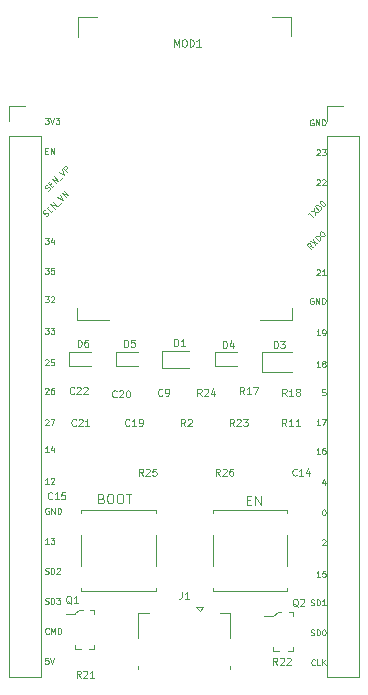
<source format=gto>
%TF.GenerationSoftware,KiCad,Pcbnew,(5.99.0-11435-g252647e93c)*%
%TF.CreationDate,2021-07-20T11:27:32+10:00*%
%TF.ProjectId,ESP32 Clone devkit,45535033-3220-4436-9c6f-6e6520646576,1*%
%TF.SameCoordinates,Original*%
%TF.FileFunction,Legend,Top*%
%TF.FilePolarity,Positive*%
%FSLAX46Y46*%
G04 Gerber Fmt 4.6, Leading zero omitted, Abs format (unit mm)*
G04 Created by KiCad (PCBNEW (5.99.0-11435-g252647e93c)) date 2021-07-20 11:27:32*
%MOMM*%
%LPD*%
G01*
G04 APERTURE LIST*
%ADD10C,0.060000*%
%ADD11C,0.100000*%
%ADD12C,0.120000*%
G04 APERTURE END LIST*
D10*
X100371738Y-115886880D02*
X100443166Y-115910690D01*
X100562214Y-115910690D01*
X100609833Y-115886880D01*
X100633642Y-115863071D01*
X100657452Y-115815452D01*
X100657452Y-115767833D01*
X100633642Y-115720214D01*
X100609833Y-115696404D01*
X100562214Y-115672595D01*
X100466976Y-115648785D01*
X100419357Y-115624976D01*
X100395547Y-115601166D01*
X100371738Y-115553547D01*
X100371738Y-115505928D01*
X100395547Y-115458309D01*
X100419357Y-115434500D01*
X100466976Y-115410690D01*
X100586023Y-115410690D01*
X100657452Y-115434500D01*
X100871738Y-115910690D02*
X100871738Y-115410690D01*
X100990785Y-115410690D01*
X101062214Y-115434500D01*
X101109833Y-115482119D01*
X101133642Y-115529738D01*
X101157452Y-115624976D01*
X101157452Y-115696404D01*
X101133642Y-115791642D01*
X101109833Y-115839261D01*
X101062214Y-115886880D01*
X100990785Y-115910690D01*
X100871738Y-115910690D01*
X101466976Y-115410690D02*
X101514595Y-115410690D01*
X101562214Y-115434500D01*
X101586023Y-115458309D01*
X101609833Y-115505928D01*
X101633642Y-115601166D01*
X101633642Y-115720214D01*
X101609833Y-115815452D01*
X101586023Y-115863071D01*
X101562214Y-115886880D01*
X101514595Y-115910690D01*
X101466976Y-115910690D01*
X101419357Y-115886880D01*
X101395547Y-115863071D01*
X101371738Y-115815452D01*
X101347928Y-115720214D01*
X101347928Y-115601166D01*
X101371738Y-115505928D01*
X101395547Y-115458309D01*
X101419357Y-115434500D01*
X101466976Y-115410690D01*
X101466976Y-105250690D02*
X101514595Y-105250690D01*
X101562214Y-105274500D01*
X101586024Y-105298309D01*
X101609833Y-105345928D01*
X101633643Y-105441166D01*
X101633643Y-105560214D01*
X101609833Y-105655452D01*
X101586024Y-105703071D01*
X101562214Y-105726880D01*
X101514595Y-105750690D01*
X101466976Y-105750690D01*
X101419357Y-105726880D01*
X101395548Y-105703071D01*
X101371738Y-105655452D01*
X101347929Y-105560214D01*
X101347929Y-105441166D01*
X101371738Y-105345928D01*
X101395548Y-105298309D01*
X101419357Y-105274500D01*
X101466976Y-105250690D01*
X100728880Y-118403071D02*
X100705071Y-118426880D01*
X100633642Y-118450690D01*
X100586023Y-118450690D01*
X100514595Y-118426880D01*
X100466976Y-118379261D01*
X100443166Y-118331642D01*
X100419357Y-118236404D01*
X100419357Y-118164976D01*
X100443166Y-118069738D01*
X100466976Y-118022119D01*
X100514595Y-117974500D01*
X100586023Y-117950690D01*
X100633642Y-117950690D01*
X100705071Y-117974500D01*
X100728880Y-117998309D01*
X101181261Y-118450690D02*
X100943166Y-118450690D01*
X100943166Y-117950690D01*
X101347928Y-118450690D02*
X101347928Y-117950690D01*
X101633642Y-118450690D02*
X101419357Y-118164976D01*
X101633642Y-117950690D02*
X101347928Y-118236404D01*
X101157452Y-90510690D02*
X100871738Y-90510690D01*
X101014595Y-90510690D02*
X101014595Y-90010690D01*
X100966976Y-90082119D01*
X100919357Y-90129738D01*
X100871738Y-90153547D01*
X101395547Y-90510690D02*
X101490785Y-90510690D01*
X101538404Y-90486880D01*
X101562214Y-90463071D01*
X101609833Y-90391642D01*
X101633642Y-90296404D01*
X101633642Y-90105928D01*
X101609833Y-90058309D01*
X101586023Y-90034500D01*
X101538404Y-90010690D01*
X101443166Y-90010690D01*
X101395547Y-90034500D01*
X101371738Y-90058309D01*
X101347928Y-90105928D01*
X101347928Y-90224976D01*
X101371738Y-90272595D01*
X101395547Y-90296404D01*
X101443166Y-90320214D01*
X101538404Y-90320214D01*
X101586023Y-90296404D01*
X101609833Y-90272595D01*
X101633642Y-90224976D01*
X101157452Y-93177690D02*
X100871738Y-93177690D01*
X101014595Y-93177690D02*
X101014595Y-92677690D01*
X100966976Y-92749119D01*
X100919357Y-92796738D01*
X100871738Y-92820547D01*
X101443166Y-92891976D02*
X101395547Y-92868166D01*
X101371738Y-92844357D01*
X101347928Y-92796738D01*
X101347928Y-92772928D01*
X101371738Y-92725309D01*
X101395547Y-92701500D01*
X101443166Y-92677690D01*
X101538404Y-92677690D01*
X101586023Y-92701500D01*
X101609833Y-92725309D01*
X101633642Y-92772928D01*
X101633642Y-92796738D01*
X101609833Y-92844357D01*
X101586023Y-92868166D01*
X101538404Y-92891976D01*
X101443166Y-92891976D01*
X101395547Y-92915785D01*
X101371738Y-92939595D01*
X101347928Y-92987214D01*
X101347928Y-93082452D01*
X101371738Y-93130071D01*
X101395547Y-93153880D01*
X101443166Y-93177690D01*
X101538404Y-93177690D01*
X101586023Y-93153880D01*
X101609833Y-93130071D01*
X101633642Y-93082452D01*
X101633642Y-92987214D01*
X101609833Y-92939595D01*
X101586023Y-92915785D01*
X101538404Y-92891976D01*
X100586023Y-87367500D02*
X100538404Y-87343690D01*
X100466975Y-87343690D01*
X100395547Y-87367500D01*
X100347928Y-87415119D01*
X100324118Y-87462738D01*
X100300309Y-87557976D01*
X100300309Y-87629404D01*
X100324118Y-87724642D01*
X100347928Y-87772261D01*
X100395547Y-87819880D01*
X100466975Y-87843690D01*
X100514594Y-87843690D01*
X100586023Y-87819880D01*
X100609832Y-87796071D01*
X100609832Y-87629404D01*
X100514594Y-87629404D01*
X100824118Y-87843690D02*
X100824118Y-87343690D01*
X101109832Y-87843690D01*
X101109832Y-87343690D01*
X101347928Y-87843690D02*
X101347928Y-87343690D01*
X101466975Y-87343690D01*
X101538404Y-87367500D01*
X101586023Y-87415119D01*
X101609832Y-87462738D01*
X101633642Y-87557976D01*
X101633642Y-87629404D01*
X101609832Y-87724642D01*
X101586023Y-87772261D01*
X101538404Y-87819880D01*
X101466975Y-87843690D01*
X101347928Y-87843690D01*
X101347929Y-107838309D02*
X101371738Y-107814500D01*
X101419357Y-107790690D01*
X101538405Y-107790690D01*
X101586024Y-107814500D01*
X101609833Y-107838309D01*
X101633643Y-107885928D01*
X101633643Y-107933547D01*
X101609833Y-108004976D01*
X101324119Y-108290690D01*
X101633643Y-108290690D01*
X100871738Y-74818309D02*
X100895547Y-74794500D01*
X100943166Y-74770690D01*
X101062214Y-74770690D01*
X101109833Y-74794500D01*
X101133642Y-74818309D01*
X101157452Y-74865928D01*
X101157452Y-74913547D01*
X101133642Y-74984976D01*
X100847928Y-75270690D01*
X101157452Y-75270690D01*
X101324119Y-74770690D02*
X101633642Y-74770690D01*
X101466976Y-74961166D01*
X101538404Y-74961166D01*
X101586023Y-74984976D01*
X101609833Y-75008785D01*
X101633642Y-75056404D01*
X101633642Y-75175452D01*
X101609833Y-75223071D01*
X101586023Y-75246880D01*
X101538404Y-75270690D01*
X101395547Y-75270690D01*
X101347928Y-75246880D01*
X101324119Y-75223071D01*
X101157452Y-100543690D02*
X100871738Y-100543690D01*
X101014595Y-100543690D02*
X101014595Y-100043690D01*
X100966976Y-100115119D01*
X100919357Y-100162738D01*
X100871738Y-100186547D01*
X101586023Y-100043690D02*
X101490785Y-100043690D01*
X101443166Y-100067500D01*
X101419357Y-100091309D01*
X101371738Y-100162738D01*
X101347928Y-100257976D01*
X101347928Y-100448452D01*
X101371738Y-100496071D01*
X101395547Y-100519880D01*
X101443166Y-100543690D01*
X101538404Y-100543690D01*
X101586023Y-100519880D01*
X101609833Y-100496071D01*
X101633642Y-100448452D01*
X101633642Y-100329404D01*
X101609833Y-100281785D01*
X101586023Y-100257976D01*
X101538404Y-100234166D01*
X101443166Y-100234166D01*
X101395547Y-100257976D01*
X101371738Y-100281785D01*
X101347928Y-100329404D01*
X100105136Y-80250638D02*
X100307166Y-80048608D01*
X100559704Y-80503176D02*
X100206151Y-80149623D01*
X100391346Y-79964428D02*
X100980601Y-80082279D01*
X100627048Y-79728726D02*
X100744899Y-80317982D01*
X101115288Y-79947592D02*
X100761735Y-79594039D01*
X100845914Y-79509859D01*
X100913258Y-79476188D01*
X100980601Y-79476188D01*
X101031109Y-79493024D01*
X101115288Y-79543531D01*
X101165796Y-79594039D01*
X101216304Y-79678218D01*
X101233140Y-79728726D01*
X101233140Y-79796069D01*
X101199468Y-79863413D01*
X101115288Y-79947592D01*
X101182632Y-79173142D02*
X101216304Y-79139470D01*
X101266811Y-79122634D01*
X101300483Y-79122634D01*
X101350991Y-79139470D01*
X101435170Y-79189978D01*
X101519349Y-79274157D01*
X101569857Y-79358337D01*
X101586693Y-79408844D01*
X101586693Y-79442516D01*
X101569857Y-79493024D01*
X101536185Y-79526695D01*
X101485678Y-79543531D01*
X101452006Y-79543531D01*
X101401498Y-79526695D01*
X101317319Y-79476188D01*
X101233140Y-79392008D01*
X101182632Y-79307829D01*
X101165796Y-79257321D01*
X101165796Y-79223650D01*
X101182632Y-79173142D01*
X100586023Y-72254500D02*
X100538404Y-72230690D01*
X100466975Y-72230690D01*
X100395547Y-72254500D01*
X100347928Y-72302119D01*
X100324118Y-72349738D01*
X100300309Y-72444976D01*
X100300309Y-72516404D01*
X100324118Y-72611642D01*
X100347928Y-72659261D01*
X100395547Y-72706880D01*
X100466975Y-72730690D01*
X100514594Y-72730690D01*
X100586023Y-72706880D01*
X100609832Y-72683071D01*
X100609832Y-72516404D01*
X100514594Y-72516404D01*
X100824118Y-72730690D02*
X100824118Y-72230690D01*
X101109832Y-72730690D01*
X101109832Y-72230690D01*
X101347928Y-72730690D02*
X101347928Y-72230690D01*
X101466975Y-72230690D01*
X101538404Y-72254500D01*
X101586023Y-72302119D01*
X101609832Y-72349738D01*
X101633642Y-72444976D01*
X101633642Y-72516404D01*
X101609832Y-72611642D01*
X101586023Y-72659261D01*
X101538404Y-72706880D01*
X101466975Y-72730690D01*
X101347928Y-72730690D01*
X101586024Y-102877357D02*
X101586024Y-103210690D01*
X101466976Y-102686880D02*
X101347929Y-103044023D01*
X101657452Y-103044023D01*
X101157452Y-98130690D02*
X100871738Y-98130690D01*
X101014595Y-98130690D02*
X101014595Y-97630690D01*
X100966976Y-97702119D01*
X100919357Y-97749738D01*
X100871738Y-97773547D01*
X101324119Y-97630690D02*
X101657452Y-97630690D01*
X101443166Y-98130690D01*
X101165452Y-110957690D02*
X100879738Y-110957690D01*
X101022595Y-110957690D02*
X101022595Y-110457690D01*
X100974976Y-110529119D01*
X100927357Y-110576738D01*
X100879738Y-110600547D01*
X101617833Y-110457690D02*
X101379738Y-110457690D01*
X101355928Y-110695785D01*
X101379738Y-110671976D01*
X101427357Y-110648166D01*
X101546404Y-110648166D01*
X101594023Y-110671976D01*
X101617833Y-110695785D01*
X101641642Y-110743404D01*
X101641642Y-110862452D01*
X101617833Y-110910071D01*
X101594023Y-110933880D01*
X101546404Y-110957690D01*
X101427357Y-110957690D01*
X101379738Y-110933880D01*
X101355928Y-110910071D01*
X100871738Y-77358309D02*
X100895547Y-77334500D01*
X100943166Y-77310690D01*
X101062214Y-77310690D01*
X101109833Y-77334500D01*
X101133642Y-77358309D01*
X101157452Y-77405928D01*
X101157452Y-77453547D01*
X101133642Y-77524976D01*
X100847928Y-77810690D01*
X101157452Y-77810690D01*
X101347928Y-77358309D02*
X101371738Y-77334500D01*
X101419357Y-77310690D01*
X101538404Y-77310690D01*
X101586023Y-77334500D01*
X101609833Y-77358309D01*
X101633642Y-77405928D01*
X101633642Y-77453547D01*
X101609833Y-77524976D01*
X101324119Y-77810690D01*
X101633642Y-77810690D01*
X100584227Y-83018653D02*
X100298017Y-82968146D01*
X100382197Y-83220684D02*
X100028643Y-82867130D01*
X100163330Y-82732443D01*
X100213838Y-82715608D01*
X100247510Y-82715608D01*
X100298017Y-82732443D01*
X100348525Y-82782951D01*
X100365361Y-82833459D01*
X100365361Y-82867130D01*
X100348525Y-82917638D01*
X100213838Y-83052325D01*
X100348525Y-82547249D02*
X100937781Y-82665100D01*
X100584227Y-82311546D02*
X100702079Y-82900802D01*
X101072468Y-82530413D02*
X100718914Y-82176859D01*
X100803094Y-82092680D01*
X100870437Y-82059008D01*
X100937781Y-82059008D01*
X100988288Y-82075844D01*
X101072468Y-82126352D01*
X101122975Y-82176859D01*
X101173483Y-82261039D01*
X101190319Y-82311546D01*
X101190319Y-82378890D01*
X101156647Y-82446233D01*
X101072468Y-82530413D01*
X101139811Y-81755963D02*
X101173483Y-81722291D01*
X101223991Y-81705455D01*
X101257662Y-81705455D01*
X101308170Y-81722291D01*
X101392349Y-81772798D01*
X101476529Y-81856978D01*
X101527036Y-81941157D01*
X101543872Y-81991665D01*
X101543872Y-82025337D01*
X101527036Y-82075844D01*
X101493365Y-82109516D01*
X101442857Y-82126352D01*
X101409185Y-82126352D01*
X101358678Y-82109516D01*
X101274498Y-82059008D01*
X101190319Y-81974829D01*
X101139811Y-81890650D01*
X101122975Y-81840142D01*
X101122975Y-81806470D01*
X101139811Y-81755963D01*
X100371738Y-113346880D02*
X100443166Y-113370690D01*
X100562214Y-113370690D01*
X100609833Y-113346880D01*
X100633642Y-113323071D01*
X100657452Y-113275452D01*
X100657452Y-113227833D01*
X100633642Y-113180214D01*
X100609833Y-113156404D01*
X100562214Y-113132595D01*
X100466976Y-113108785D01*
X100419357Y-113084976D01*
X100395547Y-113061166D01*
X100371738Y-113013547D01*
X100371738Y-112965928D01*
X100395547Y-112918309D01*
X100419357Y-112894500D01*
X100466976Y-112870690D01*
X100586023Y-112870690D01*
X100657452Y-112894500D01*
X100871738Y-113370690D02*
X100871738Y-112870690D01*
X100990785Y-112870690D01*
X101062214Y-112894500D01*
X101109833Y-112942119D01*
X101133642Y-112989738D01*
X101157452Y-113084976D01*
X101157452Y-113156404D01*
X101133642Y-113251642D01*
X101109833Y-113299261D01*
X101062214Y-113346880D01*
X100990785Y-113370690D01*
X100871738Y-113370690D01*
X101633642Y-113370690D02*
X101347928Y-113370690D01*
X101490785Y-113370690D02*
X101490785Y-112870690D01*
X101443166Y-112942119D01*
X101395547Y-112989738D01*
X101347928Y-113013547D01*
X100871738Y-84978309D02*
X100895547Y-84954500D01*
X100943166Y-84930690D01*
X101062214Y-84930690D01*
X101109833Y-84954500D01*
X101133642Y-84978309D01*
X101157452Y-85025928D01*
X101157452Y-85073547D01*
X101133642Y-85144976D01*
X100847928Y-85430690D01*
X101157452Y-85430690D01*
X101633642Y-85430690D02*
X101347928Y-85430690D01*
X101490785Y-85430690D02*
X101490785Y-84930690D01*
X101443166Y-85002119D01*
X101395547Y-85049738D01*
X101347928Y-85073547D01*
X101609833Y-95090690D02*
X101371738Y-95090690D01*
X101347929Y-95328785D01*
X101371738Y-95304976D01*
X101419357Y-95281166D01*
X101538405Y-95281166D01*
X101586024Y-95304976D01*
X101609833Y-95328785D01*
X101633643Y-95376404D01*
X101633643Y-95495452D01*
X101609833Y-95543071D01*
X101586024Y-95566880D01*
X101538405Y-95590690D01*
X101419357Y-95590690D01*
X101371738Y-95566880D01*
X101347929Y-95543071D01*
X78154642Y-117823690D02*
X77916547Y-117823690D01*
X77892738Y-118061785D01*
X77916547Y-118037976D01*
X77964166Y-118014166D01*
X78083214Y-118014166D01*
X78130833Y-118037976D01*
X78154642Y-118061785D01*
X78178452Y-118109404D01*
X78178452Y-118228452D01*
X78154642Y-118276071D01*
X78130833Y-118299880D01*
X78083214Y-118323690D01*
X77964166Y-118323690D01*
X77916547Y-118299880D01*
X77892738Y-118276071D01*
X78321309Y-117823690D02*
X78487976Y-118323690D01*
X78654642Y-117823690D01*
X78202261Y-115736071D02*
X78178452Y-115759880D01*
X78107023Y-115783690D01*
X78059404Y-115783690D01*
X77987976Y-115759880D01*
X77940357Y-115712261D01*
X77916547Y-115664642D01*
X77892738Y-115569404D01*
X77892738Y-115497976D01*
X77916547Y-115402738D01*
X77940357Y-115355119D01*
X77987976Y-115307500D01*
X78059404Y-115283690D01*
X78107023Y-115283690D01*
X78178452Y-115307500D01*
X78202261Y-115331309D01*
X78416547Y-115783690D02*
X78416547Y-115283690D01*
X78583214Y-115640833D01*
X78749880Y-115283690D01*
X78749880Y-115783690D01*
X78987976Y-115783690D02*
X78987976Y-115283690D01*
X79107023Y-115283690D01*
X79178452Y-115307500D01*
X79226071Y-115355119D01*
X79249880Y-115402738D01*
X79273690Y-115497976D01*
X79273690Y-115569404D01*
X79249880Y-115664642D01*
X79226071Y-115712261D01*
X79178452Y-115759880D01*
X79107023Y-115783690D01*
X78987976Y-115783690D01*
X77892738Y-113219880D02*
X77964166Y-113243690D01*
X78083214Y-113243690D01*
X78130833Y-113219880D01*
X78154642Y-113196071D01*
X78178452Y-113148452D01*
X78178452Y-113100833D01*
X78154642Y-113053214D01*
X78130833Y-113029404D01*
X78083214Y-113005595D01*
X77987976Y-112981785D01*
X77940357Y-112957976D01*
X77916547Y-112934166D01*
X77892738Y-112886547D01*
X77892738Y-112838928D01*
X77916547Y-112791309D01*
X77940357Y-112767500D01*
X77987976Y-112743690D01*
X78107023Y-112743690D01*
X78178452Y-112767500D01*
X78392738Y-113243690D02*
X78392738Y-112743690D01*
X78511785Y-112743690D01*
X78583214Y-112767500D01*
X78630833Y-112815119D01*
X78654642Y-112862738D01*
X78678452Y-112957976D01*
X78678452Y-113029404D01*
X78654642Y-113124642D01*
X78630833Y-113172261D01*
X78583214Y-113219880D01*
X78511785Y-113243690D01*
X78392738Y-113243690D01*
X78845119Y-112743690D02*
X79154642Y-112743690D01*
X78987976Y-112934166D01*
X79059404Y-112934166D01*
X79107023Y-112957976D01*
X79130833Y-112981785D01*
X79154642Y-113029404D01*
X79154642Y-113148452D01*
X79130833Y-113196071D01*
X79107023Y-113219880D01*
X79059404Y-113243690D01*
X78916547Y-113243690D01*
X78868928Y-113219880D01*
X78845119Y-113196071D01*
X77892738Y-110679880D02*
X77964166Y-110703690D01*
X78083214Y-110703690D01*
X78130833Y-110679880D01*
X78154642Y-110656071D01*
X78178452Y-110608452D01*
X78178452Y-110560833D01*
X78154642Y-110513214D01*
X78130833Y-110489404D01*
X78083214Y-110465595D01*
X77987976Y-110441785D01*
X77940357Y-110417976D01*
X77916547Y-110394166D01*
X77892738Y-110346547D01*
X77892738Y-110298928D01*
X77916547Y-110251309D01*
X77940357Y-110227500D01*
X77987976Y-110203690D01*
X78107023Y-110203690D01*
X78178452Y-110227500D01*
X78392738Y-110703690D02*
X78392738Y-110203690D01*
X78511785Y-110203690D01*
X78583214Y-110227500D01*
X78630833Y-110275119D01*
X78654642Y-110322738D01*
X78678452Y-110417976D01*
X78678452Y-110489404D01*
X78654642Y-110584642D01*
X78630833Y-110632261D01*
X78583214Y-110679880D01*
X78511785Y-110703690D01*
X78392738Y-110703690D01*
X78868928Y-110251309D02*
X78892738Y-110227500D01*
X78940357Y-110203690D01*
X79059404Y-110203690D01*
X79107023Y-110227500D01*
X79130833Y-110251309D01*
X79154642Y-110298928D01*
X79154642Y-110346547D01*
X79130833Y-110417976D01*
X78845119Y-110703690D01*
X79154642Y-110703690D01*
X78178452Y-108163690D02*
X77892738Y-108163690D01*
X78035595Y-108163690D02*
X78035595Y-107663690D01*
X77987976Y-107735119D01*
X77940357Y-107782738D01*
X77892738Y-107806547D01*
X78345119Y-107663690D02*
X78654642Y-107663690D01*
X78487976Y-107854166D01*
X78559404Y-107854166D01*
X78607023Y-107877976D01*
X78630833Y-107901785D01*
X78654642Y-107949404D01*
X78654642Y-108068452D01*
X78630833Y-108116071D01*
X78607023Y-108139880D01*
X78559404Y-108163690D01*
X78416547Y-108163690D01*
X78368928Y-108139880D01*
X78345119Y-108116071D01*
X78178452Y-105147500D02*
X78130833Y-105123690D01*
X78059404Y-105123690D01*
X77987976Y-105147500D01*
X77940357Y-105195119D01*
X77916547Y-105242738D01*
X77892738Y-105337976D01*
X77892738Y-105409404D01*
X77916547Y-105504642D01*
X77940357Y-105552261D01*
X77987976Y-105599880D01*
X78059404Y-105623690D01*
X78107023Y-105623690D01*
X78178452Y-105599880D01*
X78202261Y-105576071D01*
X78202261Y-105409404D01*
X78107023Y-105409404D01*
X78416547Y-105623690D02*
X78416547Y-105123690D01*
X78702261Y-105623690D01*
X78702261Y-105123690D01*
X78940357Y-105623690D02*
X78940357Y-105123690D01*
X79059404Y-105123690D01*
X79130833Y-105147500D01*
X79178452Y-105195119D01*
X79202261Y-105242738D01*
X79226071Y-105337976D01*
X79226071Y-105409404D01*
X79202261Y-105504642D01*
X79178452Y-105552261D01*
X79130833Y-105599880D01*
X79059404Y-105623690D01*
X78940357Y-105623690D01*
X78178452Y-103083690D02*
X77892738Y-103083690D01*
X78035595Y-103083690D02*
X78035595Y-102583690D01*
X77987976Y-102655119D01*
X77940357Y-102702738D01*
X77892738Y-102726547D01*
X78368928Y-102631309D02*
X78392738Y-102607500D01*
X78440357Y-102583690D01*
X78559404Y-102583690D01*
X78607023Y-102607500D01*
X78630833Y-102631309D01*
X78654642Y-102678928D01*
X78654642Y-102726547D01*
X78630833Y-102797976D01*
X78345119Y-103083690D01*
X78654642Y-103083690D01*
X78178452Y-100416690D02*
X77892738Y-100416690D01*
X78035595Y-100416690D02*
X78035595Y-99916690D01*
X77987976Y-99988119D01*
X77940357Y-100035738D01*
X77892738Y-100059547D01*
X78607023Y-100083357D02*
X78607023Y-100416690D01*
X78487976Y-99892880D02*
X78368928Y-100250023D01*
X78678452Y-100250023D01*
X77892738Y-97678309D02*
X77916547Y-97654500D01*
X77964166Y-97630690D01*
X78083214Y-97630690D01*
X78130833Y-97654500D01*
X78154642Y-97678309D01*
X78178452Y-97725928D01*
X78178452Y-97773547D01*
X78154642Y-97844976D01*
X77868928Y-98130690D01*
X78178452Y-98130690D01*
X78345119Y-97630690D02*
X78678452Y-97630690D01*
X78464166Y-98130690D01*
X77892738Y-95011309D02*
X77916547Y-94987500D01*
X77964166Y-94963690D01*
X78083214Y-94963690D01*
X78130833Y-94987500D01*
X78154642Y-95011309D01*
X78178452Y-95058928D01*
X78178452Y-95106547D01*
X78154642Y-95177976D01*
X77868928Y-95463690D01*
X78178452Y-95463690D01*
X78607023Y-94963690D02*
X78511785Y-94963690D01*
X78464166Y-94987500D01*
X78440357Y-95011309D01*
X78392738Y-95082738D01*
X78368928Y-95177976D01*
X78368928Y-95368452D01*
X78392738Y-95416071D01*
X78416547Y-95439880D01*
X78464166Y-95463690D01*
X78559404Y-95463690D01*
X78607023Y-95439880D01*
X78630833Y-95416071D01*
X78654642Y-95368452D01*
X78654642Y-95249404D01*
X78630833Y-95201785D01*
X78607023Y-95177976D01*
X78559404Y-95154166D01*
X78464166Y-95154166D01*
X78416547Y-95177976D01*
X78392738Y-95201785D01*
X78368928Y-95249404D01*
X77892738Y-92598309D02*
X77916547Y-92574500D01*
X77964166Y-92550690D01*
X78083214Y-92550690D01*
X78130833Y-92574500D01*
X78154642Y-92598309D01*
X78178452Y-92645928D01*
X78178452Y-92693547D01*
X78154642Y-92764976D01*
X77868928Y-93050690D01*
X78178452Y-93050690D01*
X78630833Y-92550690D02*
X78392738Y-92550690D01*
X78368928Y-92788785D01*
X78392738Y-92764976D01*
X78440357Y-92741166D01*
X78559404Y-92741166D01*
X78607023Y-92764976D01*
X78630833Y-92788785D01*
X78654642Y-92836404D01*
X78654642Y-92955452D01*
X78630833Y-93003071D01*
X78607023Y-93026880D01*
X78559404Y-93050690D01*
X78440357Y-93050690D01*
X78392738Y-93026880D01*
X78368928Y-93003071D01*
X77868928Y-89883690D02*
X78178452Y-89883690D01*
X78011785Y-90074166D01*
X78083214Y-90074166D01*
X78130833Y-90097976D01*
X78154642Y-90121785D01*
X78178452Y-90169404D01*
X78178452Y-90288452D01*
X78154642Y-90336071D01*
X78130833Y-90359880D01*
X78083214Y-90383690D01*
X77940357Y-90383690D01*
X77892738Y-90359880D01*
X77868928Y-90336071D01*
X78345119Y-89883690D02*
X78654642Y-89883690D01*
X78487976Y-90074166D01*
X78559404Y-90074166D01*
X78607023Y-90097976D01*
X78630833Y-90121785D01*
X78654642Y-90169404D01*
X78654642Y-90288452D01*
X78630833Y-90336071D01*
X78607023Y-90359880D01*
X78559404Y-90383690D01*
X78416547Y-90383690D01*
X78368928Y-90359880D01*
X78345119Y-90336071D01*
X77868928Y-87216690D02*
X78178452Y-87216690D01*
X78011785Y-87407166D01*
X78083214Y-87407166D01*
X78130833Y-87430976D01*
X78154642Y-87454785D01*
X78178452Y-87502404D01*
X78178452Y-87621452D01*
X78154642Y-87669071D01*
X78130833Y-87692880D01*
X78083214Y-87716690D01*
X77940357Y-87716690D01*
X77892738Y-87692880D01*
X77868928Y-87669071D01*
X78368928Y-87264309D02*
X78392738Y-87240500D01*
X78440357Y-87216690D01*
X78559404Y-87216690D01*
X78607023Y-87240500D01*
X78630833Y-87264309D01*
X78654642Y-87311928D01*
X78654642Y-87359547D01*
X78630833Y-87430976D01*
X78345119Y-87716690D01*
X78654642Y-87716690D01*
X77868928Y-84803690D02*
X78178452Y-84803690D01*
X78011785Y-84994166D01*
X78083214Y-84994166D01*
X78130833Y-85017976D01*
X78154642Y-85041785D01*
X78178452Y-85089404D01*
X78178452Y-85208452D01*
X78154642Y-85256071D01*
X78130833Y-85279880D01*
X78083214Y-85303690D01*
X77940357Y-85303690D01*
X77892738Y-85279880D01*
X77868928Y-85256071D01*
X78630833Y-84803690D02*
X78392738Y-84803690D01*
X78368928Y-85041785D01*
X78392738Y-85017976D01*
X78440357Y-84994166D01*
X78559404Y-84994166D01*
X78607023Y-85017976D01*
X78630833Y-85041785D01*
X78654642Y-85089404D01*
X78654642Y-85208452D01*
X78630833Y-85256071D01*
X78607023Y-85279880D01*
X78559404Y-85303690D01*
X78440357Y-85303690D01*
X78392738Y-85279880D01*
X78368928Y-85256071D01*
X77868928Y-82263690D02*
X78178452Y-82263690D01*
X78011785Y-82454166D01*
X78083214Y-82454166D01*
X78130833Y-82477976D01*
X78154642Y-82501785D01*
X78178452Y-82549404D01*
X78178452Y-82668452D01*
X78154642Y-82716071D01*
X78130833Y-82739880D01*
X78083214Y-82763690D01*
X77940357Y-82763690D01*
X77892738Y-82739880D01*
X77868928Y-82716071D01*
X78607023Y-82430357D02*
X78607023Y-82763690D01*
X78487976Y-82239880D02*
X78368928Y-82597023D01*
X78678452Y-82597023D01*
X77996525Y-80426684D02*
X78063869Y-80393012D01*
X78148048Y-80308833D01*
X78164884Y-80258325D01*
X78164884Y-80224653D01*
X78148048Y-80174146D01*
X78114376Y-80140474D01*
X78063869Y-80123638D01*
X78030197Y-80123638D01*
X77979689Y-80140474D01*
X77895510Y-80190982D01*
X77845002Y-80207817D01*
X77811330Y-80207817D01*
X77760823Y-80190982D01*
X77727151Y-80157310D01*
X77710315Y-80106802D01*
X77710315Y-80073130D01*
X77727151Y-80022623D01*
X77811330Y-79938443D01*
X77878674Y-79904772D01*
X78181720Y-79904772D02*
X78299571Y-79786920D01*
X78535273Y-79921608D02*
X78366914Y-80089966D01*
X78013361Y-79736413D01*
X78181720Y-79568054D01*
X78686796Y-79770085D02*
X78333243Y-79416531D01*
X78888827Y-79568054D01*
X78535273Y-79214501D01*
X79006678Y-79517546D02*
X79276052Y-79248172D01*
X78922498Y-78827276D02*
X79393903Y-79062978D01*
X79158201Y-78591573D01*
X79629605Y-78827276D02*
X79276052Y-78473722D01*
X79831636Y-78625245D01*
X79478082Y-78271692D01*
X78123525Y-78267684D02*
X78190869Y-78234012D01*
X78275048Y-78149833D01*
X78291884Y-78099325D01*
X78291884Y-78065653D01*
X78275048Y-78015146D01*
X78241376Y-77981474D01*
X78190869Y-77964638D01*
X78157197Y-77964638D01*
X78106689Y-77981474D01*
X78022510Y-78031982D01*
X77972002Y-78048817D01*
X77938330Y-78048817D01*
X77887823Y-78031982D01*
X77854151Y-77998310D01*
X77837315Y-77947802D01*
X77837315Y-77914130D01*
X77854151Y-77863623D01*
X77938330Y-77779443D01*
X78005674Y-77745772D01*
X78308720Y-77745772D02*
X78426571Y-77627920D01*
X78662273Y-77762608D02*
X78493914Y-77930966D01*
X78140361Y-77577413D01*
X78308720Y-77409054D01*
X78813796Y-77611085D02*
X78460243Y-77257531D01*
X79015827Y-77409054D01*
X78662273Y-77055501D01*
X79133678Y-77358546D02*
X79403052Y-77089172D01*
X79049498Y-76668276D02*
X79520903Y-76903978D01*
X79285201Y-76432573D01*
X79756605Y-76668276D02*
X79403052Y-76314722D01*
X79537739Y-76180035D01*
X79588246Y-76163199D01*
X79621918Y-76163199D01*
X79672426Y-76180035D01*
X79722933Y-76230543D01*
X79739769Y-76281050D01*
X79739769Y-76314722D01*
X79722933Y-76365230D01*
X79588246Y-76499917D01*
X77916547Y-74881785D02*
X78083214Y-74881785D01*
X78154642Y-75143690D02*
X77916547Y-75143690D01*
X77916547Y-74643690D01*
X78154642Y-74643690D01*
X78368928Y-75143690D02*
X78368928Y-74643690D01*
X78654642Y-75143690D01*
X78654642Y-74643690D01*
X77868928Y-72103690D02*
X78178452Y-72103690D01*
X78011785Y-72294166D01*
X78083214Y-72294166D01*
X78130833Y-72317976D01*
X78154642Y-72341785D01*
X78178452Y-72389404D01*
X78178452Y-72508452D01*
X78154642Y-72556071D01*
X78130833Y-72579880D01*
X78083214Y-72603690D01*
X77940357Y-72603690D01*
X77892738Y-72579880D01*
X77868928Y-72556071D01*
X78321309Y-72103690D02*
X78487976Y-72603690D01*
X78654642Y-72103690D01*
X78773690Y-72103690D02*
X79083214Y-72103690D01*
X78916547Y-72294166D01*
X78987976Y-72294166D01*
X79035595Y-72317976D01*
X79059404Y-72341785D01*
X79083214Y-72389404D01*
X79083214Y-72508452D01*
X79059404Y-72556071D01*
X79035595Y-72579880D01*
X78987976Y-72603690D01*
X78845119Y-72603690D01*
X78797500Y-72579880D01*
X78773690Y-72556071D01*
D11*
X94948023Y-104451357D02*
X95214690Y-104451357D01*
X95328976Y-104870404D02*
X94948023Y-104870404D01*
X94948023Y-104070404D01*
X95328976Y-104070404D01*
X95671833Y-104870404D02*
X95671833Y-104070404D01*
X96128976Y-104870404D01*
X96128976Y-104070404D01*
X82641785Y-104324357D02*
X82756071Y-104362452D01*
X82794166Y-104400547D01*
X82832261Y-104476738D01*
X82832261Y-104591023D01*
X82794166Y-104667214D01*
X82756071Y-104705309D01*
X82679880Y-104743404D01*
X82375119Y-104743404D01*
X82375119Y-103943404D01*
X82641785Y-103943404D01*
X82717976Y-103981500D01*
X82756071Y-104019595D01*
X82794166Y-104095785D01*
X82794166Y-104171976D01*
X82756071Y-104248166D01*
X82717976Y-104286261D01*
X82641785Y-104324357D01*
X82375119Y-104324357D01*
X83327500Y-103943404D02*
X83479880Y-103943404D01*
X83556071Y-103981500D01*
X83632261Y-104057690D01*
X83670357Y-104210071D01*
X83670357Y-104476738D01*
X83632261Y-104629119D01*
X83556071Y-104705309D01*
X83479880Y-104743404D01*
X83327500Y-104743404D01*
X83251309Y-104705309D01*
X83175119Y-104629119D01*
X83137023Y-104476738D01*
X83137023Y-104210071D01*
X83175119Y-104057690D01*
X83251309Y-103981500D01*
X83327500Y-103943404D01*
X84165595Y-103943404D02*
X84317976Y-103943404D01*
X84394166Y-103981500D01*
X84470357Y-104057690D01*
X84508452Y-104210071D01*
X84508452Y-104476738D01*
X84470357Y-104629119D01*
X84394166Y-104705309D01*
X84317976Y-104743404D01*
X84165595Y-104743404D01*
X84089404Y-104705309D01*
X84013214Y-104629119D01*
X83975119Y-104476738D01*
X83975119Y-104210071D01*
X84013214Y-104057690D01*
X84089404Y-103981500D01*
X84165595Y-103943404D01*
X84737023Y-103943404D02*
X85194166Y-103943404D01*
X84965595Y-104743404D02*
X84965595Y-103943404D01*
%TO.C,J1*%
X89462000Y-112197428D02*
X89462000Y-112626000D01*
X89433428Y-112711714D01*
X89376285Y-112768857D01*
X89290571Y-112797428D01*
X89233428Y-112797428D01*
X90062000Y-112797428D02*
X89719142Y-112797428D01*
X89890571Y-112797428D02*
X89890571Y-112197428D01*
X89833428Y-112283142D01*
X89776285Y-112340285D01*
X89719142Y-112368857D01*
%TO.C,MOD1*%
X88816000Y-66057428D02*
X88816000Y-65457428D01*
X89016000Y-65886000D01*
X89216000Y-65457428D01*
X89216000Y-66057428D01*
X89616000Y-65457428D02*
X89730285Y-65457428D01*
X89787428Y-65486000D01*
X89844571Y-65543142D01*
X89873142Y-65657428D01*
X89873142Y-65857428D01*
X89844571Y-65971714D01*
X89787428Y-66028857D01*
X89730285Y-66057428D01*
X89616000Y-66057428D01*
X89558857Y-66028857D01*
X89501714Y-65971714D01*
X89473142Y-65857428D01*
X89473142Y-65657428D01*
X89501714Y-65543142D01*
X89558857Y-65486000D01*
X89616000Y-65457428D01*
X90130285Y-66057428D02*
X90130285Y-65457428D01*
X90273142Y-65457428D01*
X90358857Y-65486000D01*
X90416000Y-65543142D01*
X90444571Y-65600285D01*
X90473142Y-65714571D01*
X90473142Y-65800285D01*
X90444571Y-65914571D01*
X90416000Y-65971714D01*
X90358857Y-66028857D01*
X90273142Y-66057428D01*
X90130285Y-66057428D01*
X91044571Y-66057428D02*
X90701714Y-66057428D01*
X90873142Y-66057428D02*
X90873142Y-65457428D01*
X90816000Y-65543142D01*
X90758857Y-65600285D01*
X90701714Y-65628857D01*
%TO.C,C20*%
X83932925Y-95705785D02*
X83904354Y-95734357D01*
X83818640Y-95762928D01*
X83761497Y-95762928D01*
X83675782Y-95734357D01*
X83618640Y-95677214D01*
X83590068Y-95620071D01*
X83561497Y-95505785D01*
X83561497Y-95420071D01*
X83590068Y-95305785D01*
X83618640Y-95248642D01*
X83675782Y-95191500D01*
X83761497Y-95162928D01*
X83818640Y-95162928D01*
X83904354Y-95191500D01*
X83932925Y-95220071D01*
X84161497Y-95220071D02*
X84190068Y-95191500D01*
X84247211Y-95162928D01*
X84390068Y-95162928D01*
X84447211Y-95191500D01*
X84475782Y-95220071D01*
X84504354Y-95277214D01*
X84504354Y-95334357D01*
X84475782Y-95420071D01*
X84132925Y-95762928D01*
X84504354Y-95762928D01*
X84875782Y-95162928D02*
X84932925Y-95162928D01*
X84990068Y-95191500D01*
X85018640Y-95220071D01*
X85047211Y-95277214D01*
X85075782Y-95391500D01*
X85075782Y-95534357D01*
X85047211Y-95648642D01*
X85018640Y-95705785D01*
X84990068Y-95734357D01*
X84932925Y-95762928D01*
X84875782Y-95762928D01*
X84818640Y-95734357D01*
X84790068Y-95705785D01*
X84761497Y-95648642D01*
X84732925Y-95534357D01*
X84732925Y-95391500D01*
X84761497Y-95277214D01*
X84790068Y-95220071D01*
X84818640Y-95191500D01*
X84875782Y-95162928D01*
%TO.C,C15*%
X78464451Y-104338285D02*
X78435880Y-104366857D01*
X78350166Y-104395428D01*
X78293023Y-104395428D01*
X78207308Y-104366857D01*
X78150166Y-104309714D01*
X78121594Y-104252571D01*
X78093023Y-104138285D01*
X78093023Y-104052571D01*
X78121594Y-103938285D01*
X78150166Y-103881142D01*
X78207308Y-103824000D01*
X78293023Y-103795428D01*
X78350166Y-103795428D01*
X78435880Y-103824000D01*
X78464451Y-103852571D01*
X79035880Y-104395428D02*
X78693023Y-104395428D01*
X78864451Y-104395428D02*
X78864451Y-103795428D01*
X78807308Y-103881142D01*
X78750166Y-103938285D01*
X78693023Y-103966857D01*
X79578737Y-103795428D02*
X79293023Y-103795428D01*
X79264451Y-104081142D01*
X79293023Y-104052571D01*
X79350166Y-104024000D01*
X79493023Y-104024000D01*
X79550166Y-104052571D01*
X79578737Y-104081142D01*
X79607308Y-104138285D01*
X79607308Y-104281142D01*
X79578737Y-104338285D01*
X79550166Y-104366857D01*
X79493023Y-104395428D01*
X79350166Y-104395428D01*
X79293023Y-104366857D01*
X79264451Y-104338285D01*
%TO.C,R26*%
X92677217Y-102395428D02*
X92477217Y-102109714D01*
X92334360Y-102395428D02*
X92334360Y-101795428D01*
X92562932Y-101795428D01*
X92620074Y-101824000D01*
X92648646Y-101852571D01*
X92677217Y-101909714D01*
X92677217Y-101995428D01*
X92648646Y-102052571D01*
X92620074Y-102081142D01*
X92562932Y-102109714D01*
X92334360Y-102109714D01*
X92905789Y-101852571D02*
X92934360Y-101824000D01*
X92991503Y-101795428D01*
X93134360Y-101795428D01*
X93191503Y-101824000D01*
X93220074Y-101852571D01*
X93248646Y-101909714D01*
X93248646Y-101966857D01*
X93220074Y-102052571D01*
X92877217Y-102395428D01*
X93248646Y-102395428D01*
X93762932Y-101795428D02*
X93648646Y-101795428D01*
X93591503Y-101824000D01*
X93562932Y-101852571D01*
X93505789Y-101938285D01*
X93477217Y-102052571D01*
X93477217Y-102281142D01*
X93505789Y-102338285D01*
X93534360Y-102366857D01*
X93591503Y-102395428D01*
X93705789Y-102395428D01*
X93762932Y-102366857D01*
X93791503Y-102338285D01*
X93820074Y-102281142D01*
X93820074Y-102138285D01*
X93791503Y-102081142D01*
X93762932Y-102052571D01*
X93705789Y-102024000D01*
X93591503Y-102024000D01*
X93534360Y-102052571D01*
X93505789Y-102081142D01*
X93477217Y-102138285D01*
%TO.C,R25*%
X86176151Y-102395428D02*
X85976151Y-102109714D01*
X85833294Y-102395428D02*
X85833294Y-101795428D01*
X86061866Y-101795428D01*
X86119008Y-101824000D01*
X86147580Y-101852571D01*
X86176151Y-101909714D01*
X86176151Y-101995428D01*
X86147580Y-102052571D01*
X86119008Y-102081142D01*
X86061866Y-102109714D01*
X85833294Y-102109714D01*
X86404723Y-101852571D02*
X86433294Y-101824000D01*
X86490437Y-101795428D01*
X86633294Y-101795428D01*
X86690437Y-101824000D01*
X86719008Y-101852571D01*
X86747580Y-101909714D01*
X86747580Y-101966857D01*
X86719008Y-102052571D01*
X86376151Y-102395428D01*
X86747580Y-102395428D01*
X87290437Y-101795428D02*
X87004723Y-101795428D01*
X86976151Y-102081142D01*
X87004723Y-102052571D01*
X87061866Y-102024000D01*
X87204723Y-102024000D01*
X87261866Y-102052571D01*
X87290437Y-102081142D01*
X87319008Y-102138285D01*
X87319008Y-102281142D01*
X87290437Y-102338285D01*
X87261866Y-102366857D01*
X87204723Y-102395428D01*
X87061866Y-102395428D01*
X87004723Y-102366857D01*
X86976151Y-102338285D01*
%TO.C,R24*%
X91127805Y-95635928D02*
X90927805Y-95350214D01*
X90784948Y-95635928D02*
X90784948Y-95035928D01*
X91013520Y-95035928D01*
X91070662Y-95064500D01*
X91099234Y-95093071D01*
X91127805Y-95150214D01*
X91127805Y-95235928D01*
X91099234Y-95293071D01*
X91070662Y-95321642D01*
X91013520Y-95350214D01*
X90784948Y-95350214D01*
X91356377Y-95093071D02*
X91384948Y-95064500D01*
X91442091Y-95035928D01*
X91584948Y-95035928D01*
X91642091Y-95064500D01*
X91670662Y-95093071D01*
X91699234Y-95150214D01*
X91699234Y-95207357D01*
X91670662Y-95293071D01*
X91327805Y-95635928D01*
X91699234Y-95635928D01*
X92213520Y-95235928D02*
X92213520Y-95635928D01*
X92070662Y-95007357D02*
X91927805Y-95435928D01*
X92299234Y-95435928D01*
%TO.C,R23*%
X93885985Y-98179028D02*
X93685985Y-97893314D01*
X93543128Y-98179028D02*
X93543128Y-97579028D01*
X93771700Y-97579028D01*
X93828842Y-97607600D01*
X93857414Y-97636171D01*
X93885985Y-97693314D01*
X93885985Y-97779028D01*
X93857414Y-97836171D01*
X93828842Y-97864742D01*
X93771700Y-97893314D01*
X93543128Y-97893314D01*
X94114557Y-97636171D02*
X94143128Y-97607600D01*
X94200271Y-97579028D01*
X94343128Y-97579028D01*
X94400271Y-97607600D01*
X94428842Y-97636171D01*
X94457414Y-97693314D01*
X94457414Y-97750457D01*
X94428842Y-97836171D01*
X94085985Y-98179028D01*
X94457414Y-98179028D01*
X94657414Y-97579028D02*
X95028842Y-97579028D01*
X94828842Y-97807600D01*
X94914557Y-97807600D01*
X94971700Y-97836171D01*
X95000271Y-97864742D01*
X95028842Y-97921885D01*
X95028842Y-98064742D01*
X95000271Y-98121885D01*
X94971700Y-98150457D01*
X94914557Y-98179028D01*
X94743128Y-98179028D01*
X94685985Y-98150457D01*
X94657414Y-98121885D01*
%TO.C,R22*%
X97535285Y-118397428D02*
X97335285Y-118111714D01*
X97192428Y-118397428D02*
X97192428Y-117797428D01*
X97421000Y-117797428D01*
X97478142Y-117826000D01*
X97506714Y-117854571D01*
X97535285Y-117911714D01*
X97535285Y-117997428D01*
X97506714Y-118054571D01*
X97478142Y-118083142D01*
X97421000Y-118111714D01*
X97192428Y-118111714D01*
X97763857Y-117854571D02*
X97792428Y-117826000D01*
X97849571Y-117797428D01*
X97992428Y-117797428D01*
X98049571Y-117826000D01*
X98078142Y-117854571D01*
X98106714Y-117911714D01*
X98106714Y-117968857D01*
X98078142Y-118054571D01*
X97735285Y-118397428D01*
X98106714Y-118397428D01*
X98335285Y-117854571D02*
X98363857Y-117826000D01*
X98421000Y-117797428D01*
X98563857Y-117797428D01*
X98621000Y-117826000D01*
X98649571Y-117854571D01*
X98678142Y-117911714D01*
X98678142Y-117968857D01*
X98649571Y-118054571D01*
X98306714Y-118397428D01*
X98678142Y-118397428D01*
%TO.C,R21*%
X80894285Y-119508428D02*
X80694285Y-119222714D01*
X80551428Y-119508428D02*
X80551428Y-118908428D01*
X80780000Y-118908428D01*
X80837142Y-118937000D01*
X80865714Y-118965571D01*
X80894285Y-119022714D01*
X80894285Y-119108428D01*
X80865714Y-119165571D01*
X80837142Y-119194142D01*
X80780000Y-119222714D01*
X80551428Y-119222714D01*
X81122857Y-118965571D02*
X81151428Y-118937000D01*
X81208571Y-118908428D01*
X81351428Y-118908428D01*
X81408571Y-118937000D01*
X81437142Y-118965571D01*
X81465714Y-119022714D01*
X81465714Y-119079857D01*
X81437142Y-119165571D01*
X81094285Y-119508428D01*
X81465714Y-119508428D01*
X82037142Y-119508428D02*
X81694285Y-119508428D01*
X81865714Y-119508428D02*
X81865714Y-118908428D01*
X81808571Y-118994142D01*
X81751428Y-119051285D01*
X81694285Y-119079857D01*
%TO.C,R18*%
X98327785Y-95635928D02*
X98127785Y-95350214D01*
X97984928Y-95635928D02*
X97984928Y-95035928D01*
X98213500Y-95035928D01*
X98270642Y-95064500D01*
X98299214Y-95093071D01*
X98327785Y-95150214D01*
X98327785Y-95235928D01*
X98299214Y-95293071D01*
X98270642Y-95321642D01*
X98213500Y-95350214D01*
X97984928Y-95350214D01*
X98899214Y-95635928D02*
X98556357Y-95635928D01*
X98727785Y-95635928D02*
X98727785Y-95035928D01*
X98670642Y-95121642D01*
X98613500Y-95178785D01*
X98556357Y-95207357D01*
X99242071Y-95293071D02*
X99184928Y-95264500D01*
X99156357Y-95235928D01*
X99127785Y-95178785D01*
X99127785Y-95150214D01*
X99156357Y-95093071D01*
X99184928Y-95064500D01*
X99242071Y-95035928D01*
X99356357Y-95035928D01*
X99413500Y-95064500D01*
X99442071Y-95093071D01*
X99470642Y-95150214D01*
X99470642Y-95178785D01*
X99442071Y-95235928D01*
X99413500Y-95264500D01*
X99356357Y-95293071D01*
X99242071Y-95293071D01*
X99184928Y-95321642D01*
X99156357Y-95350214D01*
X99127785Y-95407357D01*
X99127785Y-95521642D01*
X99156357Y-95578785D01*
X99184928Y-95607357D01*
X99242071Y-95635928D01*
X99356357Y-95635928D01*
X99413500Y-95607357D01*
X99442071Y-95578785D01*
X99470642Y-95521642D01*
X99470642Y-95407357D01*
X99442071Y-95350214D01*
X99413500Y-95321642D01*
X99356357Y-95293071D01*
%TO.C,R17*%
X94725245Y-95486628D02*
X94525245Y-95200914D01*
X94382388Y-95486628D02*
X94382388Y-94886628D01*
X94610960Y-94886628D01*
X94668102Y-94915200D01*
X94696674Y-94943771D01*
X94725245Y-95000914D01*
X94725245Y-95086628D01*
X94696674Y-95143771D01*
X94668102Y-95172342D01*
X94610960Y-95200914D01*
X94382388Y-95200914D01*
X95296674Y-95486628D02*
X94953817Y-95486628D01*
X95125245Y-95486628D02*
X95125245Y-94886628D01*
X95068102Y-94972342D01*
X95010960Y-95029485D01*
X94953817Y-95058057D01*
X95496674Y-94886628D02*
X95896674Y-94886628D01*
X95639531Y-95486628D01*
%TO.C,R11*%
X98318685Y-98179028D02*
X98118685Y-97893314D01*
X97975828Y-98179028D02*
X97975828Y-97579028D01*
X98204400Y-97579028D01*
X98261542Y-97607600D01*
X98290114Y-97636171D01*
X98318685Y-97693314D01*
X98318685Y-97779028D01*
X98290114Y-97836171D01*
X98261542Y-97864742D01*
X98204400Y-97893314D01*
X97975828Y-97893314D01*
X98890114Y-98179028D02*
X98547257Y-98179028D01*
X98718685Y-98179028D02*
X98718685Y-97579028D01*
X98661542Y-97664742D01*
X98604400Y-97721885D01*
X98547257Y-97750457D01*
X99461542Y-98179028D02*
X99118685Y-98179028D01*
X99290114Y-98179028D02*
X99290114Y-97579028D01*
X99232971Y-97664742D01*
X99175828Y-97721885D01*
X99118685Y-97750457D01*
%TO.C,R2*%
X89739000Y-98179028D02*
X89539000Y-97893314D01*
X89396142Y-98179028D02*
X89396142Y-97579028D01*
X89624714Y-97579028D01*
X89681857Y-97607600D01*
X89710428Y-97636171D01*
X89739000Y-97693314D01*
X89739000Y-97779028D01*
X89710428Y-97836171D01*
X89681857Y-97864742D01*
X89624714Y-97893314D01*
X89396142Y-97893314D01*
X89967571Y-97636171D02*
X89996142Y-97607600D01*
X90053285Y-97579028D01*
X90196142Y-97579028D01*
X90253285Y-97607600D01*
X90281857Y-97636171D01*
X90310428Y-97693314D01*
X90310428Y-97750457D01*
X90281857Y-97836171D01*
X89939000Y-98179028D01*
X90310428Y-98179028D01*
%TO.C,Q2*%
X99291357Y-113473071D02*
X99234214Y-113444500D01*
X99177071Y-113387357D01*
X99091357Y-113301642D01*
X99034214Y-113273071D01*
X98977071Y-113273071D01*
X99005642Y-113415928D02*
X98948500Y-113387357D01*
X98891357Y-113330214D01*
X98862785Y-113215928D01*
X98862785Y-113015928D01*
X98891357Y-112901642D01*
X98948500Y-112844500D01*
X99005642Y-112815928D01*
X99119928Y-112815928D01*
X99177071Y-112844500D01*
X99234214Y-112901642D01*
X99262785Y-113015928D01*
X99262785Y-113215928D01*
X99234214Y-113330214D01*
X99177071Y-113387357D01*
X99119928Y-113415928D01*
X99005642Y-113415928D01*
X99491357Y-112873071D02*
X99519928Y-112844500D01*
X99577071Y-112815928D01*
X99719928Y-112815928D01*
X99777071Y-112844500D01*
X99805642Y-112873071D01*
X99834214Y-112930214D01*
X99834214Y-112987357D01*
X99805642Y-113073071D01*
X99462785Y-113415928D01*
X99834214Y-113415928D01*
%TO.C,Q1*%
X80114357Y-113219071D02*
X80057214Y-113190500D01*
X80000071Y-113133357D01*
X79914357Y-113047642D01*
X79857214Y-113019071D01*
X79800071Y-113019071D01*
X79828642Y-113161928D02*
X79771500Y-113133357D01*
X79714357Y-113076214D01*
X79685785Y-112961928D01*
X79685785Y-112761928D01*
X79714357Y-112647642D01*
X79771500Y-112590500D01*
X79828642Y-112561928D01*
X79942928Y-112561928D01*
X80000071Y-112590500D01*
X80057214Y-112647642D01*
X80085785Y-112761928D01*
X80085785Y-112961928D01*
X80057214Y-113076214D01*
X80000071Y-113133357D01*
X79942928Y-113161928D01*
X79828642Y-113161928D01*
X80657214Y-113161928D02*
X80314357Y-113161928D01*
X80485785Y-113161928D02*
X80485785Y-112561928D01*
X80428642Y-112647642D01*
X80371500Y-112704785D01*
X80314357Y-112733357D01*
%TO.C,D6*%
X80633942Y-91482228D02*
X80633942Y-90882228D01*
X80776800Y-90882228D01*
X80862514Y-90910800D01*
X80919657Y-90967942D01*
X80948228Y-91025085D01*
X80976800Y-91139371D01*
X80976800Y-91225085D01*
X80948228Y-91339371D01*
X80919657Y-91396514D01*
X80862514Y-91453657D01*
X80776800Y-91482228D01*
X80633942Y-91482228D01*
X81491085Y-90882228D02*
X81376800Y-90882228D01*
X81319657Y-90910800D01*
X81291085Y-90939371D01*
X81233942Y-91025085D01*
X81205371Y-91139371D01*
X81205371Y-91367942D01*
X81233942Y-91425085D01*
X81262514Y-91453657D01*
X81319657Y-91482228D01*
X81433942Y-91482228D01*
X81491085Y-91453657D01*
X81519657Y-91425085D01*
X81548228Y-91367942D01*
X81548228Y-91225085D01*
X81519657Y-91167942D01*
X81491085Y-91139371D01*
X81433942Y-91110800D01*
X81319657Y-91110800D01*
X81262514Y-91139371D01*
X81233942Y-91167942D01*
X81205371Y-91225085D01*
%TO.C,D5*%
X84587042Y-91482228D02*
X84587042Y-90882228D01*
X84729900Y-90882228D01*
X84815614Y-90910800D01*
X84872757Y-90967942D01*
X84901328Y-91025085D01*
X84929900Y-91139371D01*
X84929900Y-91225085D01*
X84901328Y-91339371D01*
X84872757Y-91396514D01*
X84815614Y-91453657D01*
X84729900Y-91482228D01*
X84587042Y-91482228D01*
X85472757Y-90882228D02*
X85187042Y-90882228D01*
X85158471Y-91167942D01*
X85187042Y-91139371D01*
X85244185Y-91110800D01*
X85387042Y-91110800D01*
X85444185Y-91139371D01*
X85472757Y-91167942D01*
X85501328Y-91225085D01*
X85501328Y-91367942D01*
X85472757Y-91425085D01*
X85444185Y-91453657D01*
X85387042Y-91482228D01*
X85244185Y-91482228D01*
X85187042Y-91453657D01*
X85158471Y-91425085D01*
%TO.C,D4*%
X92936642Y-91571928D02*
X92936642Y-90971928D01*
X93079500Y-90971928D01*
X93165214Y-91000500D01*
X93222357Y-91057642D01*
X93250928Y-91114785D01*
X93279500Y-91229071D01*
X93279500Y-91314785D01*
X93250928Y-91429071D01*
X93222357Y-91486214D01*
X93165214Y-91543357D01*
X93079500Y-91571928D01*
X92936642Y-91571928D01*
X93793785Y-91171928D02*
X93793785Y-91571928D01*
X93650928Y-90943357D02*
X93508071Y-91371928D01*
X93879500Y-91371928D01*
%TO.C,D3*%
X97254642Y-91571928D02*
X97254642Y-90971928D01*
X97397500Y-90971928D01*
X97483214Y-91000500D01*
X97540357Y-91057642D01*
X97568928Y-91114785D01*
X97597500Y-91229071D01*
X97597500Y-91314785D01*
X97568928Y-91429071D01*
X97540357Y-91486214D01*
X97483214Y-91543357D01*
X97397500Y-91571928D01*
X97254642Y-91571928D01*
X97797500Y-90971928D02*
X98168928Y-90971928D01*
X97968928Y-91200500D01*
X98054642Y-91200500D01*
X98111785Y-91229071D01*
X98140357Y-91257642D01*
X98168928Y-91314785D01*
X98168928Y-91457642D01*
X98140357Y-91514785D01*
X98111785Y-91543357D01*
X98054642Y-91571928D01*
X97883214Y-91571928D01*
X97826071Y-91543357D01*
X97797500Y-91514785D01*
%TO.C,D1*%
X88810142Y-91422228D02*
X88810142Y-90822228D01*
X88953000Y-90822228D01*
X89038714Y-90850800D01*
X89095857Y-90907942D01*
X89124428Y-90965085D01*
X89153000Y-91079371D01*
X89153000Y-91165085D01*
X89124428Y-91279371D01*
X89095857Y-91336514D01*
X89038714Y-91393657D01*
X88953000Y-91422228D01*
X88810142Y-91422228D01*
X89724428Y-91422228D02*
X89381571Y-91422228D01*
X89553000Y-91422228D02*
X89553000Y-90822228D01*
X89495857Y-90907942D01*
X89438714Y-90965085D01*
X89381571Y-90993657D01*
%TO.C,C22*%
X80335485Y-95429485D02*
X80306914Y-95458057D01*
X80221200Y-95486628D01*
X80164057Y-95486628D01*
X80078342Y-95458057D01*
X80021200Y-95400914D01*
X79992628Y-95343771D01*
X79964057Y-95229485D01*
X79964057Y-95143771D01*
X79992628Y-95029485D01*
X80021200Y-94972342D01*
X80078342Y-94915200D01*
X80164057Y-94886628D01*
X80221200Y-94886628D01*
X80306914Y-94915200D01*
X80335485Y-94943771D01*
X80564057Y-94943771D02*
X80592628Y-94915200D01*
X80649771Y-94886628D01*
X80792628Y-94886628D01*
X80849771Y-94915200D01*
X80878342Y-94943771D01*
X80906914Y-95000914D01*
X80906914Y-95058057D01*
X80878342Y-95143771D01*
X80535485Y-95486628D01*
X80906914Y-95486628D01*
X81135485Y-94943771D02*
X81164057Y-94915200D01*
X81221200Y-94886628D01*
X81364057Y-94886628D01*
X81421200Y-94915200D01*
X81449771Y-94943771D01*
X81478342Y-95000914D01*
X81478342Y-95058057D01*
X81449771Y-95143771D01*
X81106914Y-95486628D01*
X81478342Y-95486628D01*
%TO.C,C21*%
X80487885Y-98121885D02*
X80459314Y-98150457D01*
X80373600Y-98179028D01*
X80316457Y-98179028D01*
X80230742Y-98150457D01*
X80173600Y-98093314D01*
X80145028Y-98036171D01*
X80116457Y-97921885D01*
X80116457Y-97836171D01*
X80145028Y-97721885D01*
X80173600Y-97664742D01*
X80230742Y-97607600D01*
X80316457Y-97579028D01*
X80373600Y-97579028D01*
X80459314Y-97607600D01*
X80487885Y-97636171D01*
X80716457Y-97636171D02*
X80745028Y-97607600D01*
X80802171Y-97579028D01*
X80945028Y-97579028D01*
X81002171Y-97607600D01*
X81030742Y-97636171D01*
X81059314Y-97693314D01*
X81059314Y-97750457D01*
X81030742Y-97836171D01*
X80687885Y-98179028D01*
X81059314Y-98179028D01*
X81630742Y-98179028D02*
X81287885Y-98179028D01*
X81459314Y-98179028D02*
X81459314Y-97579028D01*
X81402171Y-97664742D01*
X81345028Y-97721885D01*
X81287885Y-97750457D01*
%TO.C,C19*%
X85020585Y-98121885D02*
X84992014Y-98150457D01*
X84906300Y-98179028D01*
X84849157Y-98179028D01*
X84763442Y-98150457D01*
X84706300Y-98093314D01*
X84677728Y-98036171D01*
X84649157Y-97921885D01*
X84649157Y-97836171D01*
X84677728Y-97721885D01*
X84706300Y-97664742D01*
X84763442Y-97607600D01*
X84849157Y-97579028D01*
X84906300Y-97579028D01*
X84992014Y-97607600D01*
X85020585Y-97636171D01*
X85592014Y-98179028D02*
X85249157Y-98179028D01*
X85420585Y-98179028D02*
X85420585Y-97579028D01*
X85363442Y-97664742D01*
X85306300Y-97721885D01*
X85249157Y-97750457D01*
X85877728Y-98179028D02*
X85992014Y-98179028D01*
X86049157Y-98150457D01*
X86077728Y-98121885D01*
X86134871Y-98036171D01*
X86163442Y-97921885D01*
X86163442Y-97693314D01*
X86134871Y-97636171D01*
X86106300Y-97607600D01*
X86049157Y-97579028D01*
X85934871Y-97579028D01*
X85877728Y-97607600D01*
X85849157Y-97636171D01*
X85820585Y-97693314D01*
X85820585Y-97836171D01*
X85849157Y-97893314D01*
X85877728Y-97921885D01*
X85934871Y-97950457D01*
X86049157Y-97950457D01*
X86106300Y-97921885D01*
X86134871Y-97893314D01*
X86163442Y-97836171D01*
%TO.C,C14*%
X99178285Y-102338285D02*
X99149714Y-102366857D01*
X99064000Y-102395428D01*
X99006857Y-102395428D01*
X98921142Y-102366857D01*
X98864000Y-102309714D01*
X98835428Y-102252571D01*
X98806857Y-102138285D01*
X98806857Y-102052571D01*
X98835428Y-101938285D01*
X98864000Y-101881142D01*
X98921142Y-101824000D01*
X99006857Y-101795428D01*
X99064000Y-101795428D01*
X99149714Y-101824000D01*
X99178285Y-101852571D01*
X99749714Y-102395428D02*
X99406857Y-102395428D01*
X99578285Y-102395428D02*
X99578285Y-101795428D01*
X99521142Y-101881142D01*
X99464000Y-101938285D01*
X99406857Y-101966857D01*
X100264000Y-101995428D02*
X100264000Y-102395428D01*
X100121142Y-101766857D02*
X99978285Y-102195428D01*
X100349714Y-102195428D01*
%TO.C,C9*%
X87816080Y-95578785D02*
X87787508Y-95607357D01*
X87701794Y-95635928D01*
X87644651Y-95635928D01*
X87558937Y-95607357D01*
X87501794Y-95550214D01*
X87473222Y-95493071D01*
X87444651Y-95378785D01*
X87444651Y-95293071D01*
X87473222Y-95178785D01*
X87501794Y-95121642D01*
X87558937Y-95064500D01*
X87644651Y-95035928D01*
X87701794Y-95035928D01*
X87787508Y-95064500D01*
X87816080Y-95093071D01*
X88101794Y-95635928D02*
X88216080Y-95635928D01*
X88273222Y-95607357D01*
X88301794Y-95578785D01*
X88358937Y-95493071D01*
X88387508Y-95378785D01*
X88387508Y-95150214D01*
X88358937Y-95093071D01*
X88330365Y-95064500D01*
X88273222Y-95035928D01*
X88158937Y-95035928D01*
X88101794Y-95064500D01*
X88073222Y-95093071D01*
X88044651Y-95150214D01*
X88044651Y-95293071D01*
X88073222Y-95350214D01*
X88101794Y-95378785D01*
X88158937Y-95407357D01*
X88273222Y-95407357D01*
X88330365Y-95378785D01*
X88358937Y-95350214D01*
X88387508Y-95293071D01*
D12*
%TO.C,J1*%
X85792000Y-118526000D02*
X85792000Y-118776000D01*
X93532000Y-118526000D02*
X93532000Y-118776000D01*
X92662000Y-114056000D02*
X93532000Y-114056000D01*
X85792000Y-114056000D02*
X85792000Y-116126000D01*
X93532000Y-114056000D02*
X93532000Y-116126000D01*
X85792000Y-114056000D02*
X86662000Y-114056000D01*
X90962000Y-113826000D02*
X90662000Y-113526000D01*
X90962000Y-113826000D02*
X91262000Y-113526000D01*
X90662000Y-113526000D02*
X91262000Y-113526000D01*
D11*
%TO.C,MOD1*%
X80607000Y-89205000D02*
X83257000Y-89205000D01*
X80607000Y-88155000D02*
X80607000Y-89205000D01*
X98757000Y-89225000D02*
X96057000Y-89225000D01*
X98757000Y-88185000D02*
X98757000Y-89225000D01*
X80637000Y-63585000D02*
X82267000Y-63585000D01*
X80637000Y-65215000D02*
X80637000Y-63585000D01*
X98707000Y-63585000D02*
X97067000Y-63585000D01*
X98707000Y-65205000D02*
X98707000Y-63585000D01*
D12*
%TO.C,SW2*%
X98366000Y-107412000D02*
X98366000Y-110012000D01*
X92066000Y-112162000D02*
X92066000Y-111912000D01*
X98366000Y-112162000D02*
X92066000Y-112162000D01*
X98366000Y-111912000D02*
X98366000Y-112162000D01*
X92066000Y-110012000D02*
X92066000Y-107412000D01*
X98366000Y-105262000D02*
X98366000Y-105512000D01*
X92066000Y-105262000D02*
X98366000Y-105262000D01*
X92066000Y-105512000D02*
X92066000Y-105262000D01*
%TO.C,SW1*%
X87258000Y-107412000D02*
X87258000Y-110012000D01*
X80958000Y-112162000D02*
X80958000Y-111912000D01*
X87258000Y-112162000D02*
X80958000Y-112162000D01*
X87258000Y-111912000D02*
X87258000Y-112162000D01*
X80958000Y-110012000D02*
X80958000Y-107412000D01*
X87258000Y-105262000D02*
X87258000Y-105512000D01*
X80958000Y-105262000D02*
X87258000Y-105262000D01*
X80958000Y-105512000D02*
X80958000Y-105262000D01*
D11*
%TO.C,Q2*%
X98869000Y-113970800D02*
X98869000Y-114270800D01*
X98494000Y-113970800D02*
X98869000Y-113970800D01*
X98869000Y-117270800D02*
X98419000Y-117270800D01*
X98869000Y-116970800D02*
X98869000Y-117270800D01*
X98869000Y-117045800D02*
X98869000Y-116920800D01*
X97219000Y-117270800D02*
X97219000Y-116920800D01*
X97694000Y-117270800D02*
X97219000Y-117270800D01*
X97219000Y-114295800D02*
X96444000Y-114295800D01*
X97219000Y-114245800D02*
X97219000Y-114295800D01*
X97594000Y-113970800D02*
X97219000Y-114245800D01*
X97869000Y-113970800D02*
X97594000Y-113970800D01*
%TO.C,Q1*%
X82066000Y-113767600D02*
X82066000Y-114067600D01*
X81691000Y-113767600D02*
X82066000Y-113767600D01*
X82066000Y-117067600D02*
X81616000Y-117067600D01*
X82066000Y-116767600D02*
X82066000Y-117067600D01*
X82066000Y-116842600D02*
X82066000Y-116717600D01*
X80416000Y-117067600D02*
X80416000Y-116717600D01*
X80891000Y-117067600D02*
X80416000Y-117067600D01*
X80416000Y-114092600D02*
X79641000Y-114092600D01*
X80416000Y-114042600D02*
X80416000Y-114092600D01*
X80791000Y-113767600D02*
X80416000Y-114042600D01*
X81066000Y-113767600D02*
X80791000Y-113767600D01*
D12*
%TO.C,J3*%
X101794000Y-71060000D02*
X103124000Y-71060000D01*
X101794000Y-72390000D02*
X101794000Y-71060000D01*
X101794000Y-73660000D02*
X104454000Y-73660000D01*
X104454000Y-73660000D02*
X104454000Y-119440000D01*
X101794000Y-73660000D02*
X101794000Y-119440000D01*
X101794000Y-119440000D02*
X104454000Y-119440000D01*
%TO.C,J2*%
X74870000Y-71060000D02*
X76200000Y-71060000D01*
X74870000Y-72390000D02*
X74870000Y-71060000D01*
X74870000Y-73660000D02*
X77530000Y-73660000D01*
X77530000Y-73660000D02*
X77530000Y-119440000D01*
X74870000Y-73660000D02*
X74870000Y-119440000D01*
X74870000Y-119440000D02*
X77530000Y-119440000D01*
%TO.C,D6*%
X81776800Y-93110800D02*
X79926800Y-93110800D01*
X81776800Y-91910800D02*
X79926800Y-91910800D01*
X79926800Y-91910800D02*
X79926800Y-93110800D01*
%TO.C,D5*%
X85729900Y-93110800D02*
X83879900Y-93110800D01*
X85729900Y-91910800D02*
X83879900Y-91910800D01*
X83879900Y-91910800D02*
X83879900Y-93110800D01*
%TO.C,D4*%
X94136100Y-93110800D02*
X92286100Y-93110800D01*
X94136100Y-91910800D02*
X92286100Y-91910800D01*
X92286100Y-91910800D02*
X92286100Y-93110800D01*
%TO.C,D3*%
X96239200Y-91910800D02*
X98789200Y-91910800D01*
X96239200Y-93610800D02*
X98789200Y-93610800D01*
X96239200Y-91910800D02*
X96239200Y-93610800D01*
%TO.C,D1*%
X87768000Y-93315800D02*
X90053000Y-93315800D01*
X87768000Y-91845800D02*
X87768000Y-93315800D01*
X90053000Y-91845800D02*
X87768000Y-91845800D01*
%TD*%
M02*

</source>
